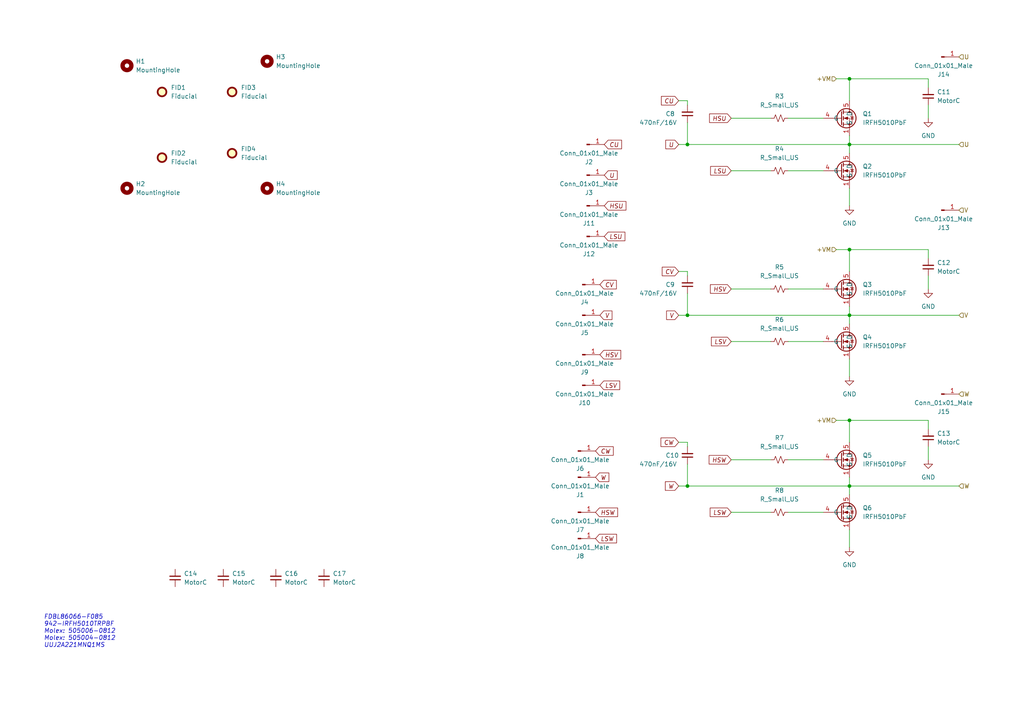
<source format=kicad_sch>
(kicad_sch (version 20211123) (generator eeschema)

  (uuid 3214f77f-0987-492e-82e5-c9d93f72314b)

  (paper "A4")

  (lib_symbols
    (symbol "Connector:Conn_01x01_Male" (pin_names (offset 1.016) hide) (in_bom yes) (on_board yes)
      (property "Reference" "J" (id 0) (at 0 2.54 0)
        (effects (font (size 1.27 1.27)))
      )
      (property "Value" "Conn_01x01_Male" (id 1) (at 0 -2.54 0)
        (effects (font (size 1.27 1.27)))
      )
      (property "Footprint" "" (id 2) (at 0 0 0)
        (effects (font (size 1.27 1.27)) hide)
      )
      (property "Datasheet" "~" (id 3) (at 0 0 0)
        (effects (font (size 1.27 1.27)) hide)
      )
      (property "ki_keywords" "connector" (id 4) (at 0 0 0)
        (effects (font (size 1.27 1.27)) hide)
      )
      (property "ki_description" "Generic connector, single row, 01x01, script generated (kicad-library-utils/schlib/autogen/connector/)" (id 5) (at 0 0 0)
        (effects (font (size 1.27 1.27)) hide)
      )
      (property "ki_fp_filters" "Connector*:*" (id 6) (at 0 0 0)
        (effects (font (size 1.27 1.27)) hide)
      )
      (symbol "Conn_01x01_Male_1_1"
        (polyline
          (pts
            (xy 1.27 0)
            (xy 0.8636 0)
          )
          (stroke (width 0.1524) (type default) (color 0 0 0 0))
          (fill (type none))
        )
        (rectangle (start 0.8636 0.127) (end 0 -0.127)
          (stroke (width 0.1524) (type default) (color 0 0 0 0))
          (fill (type outline))
        )
        (pin passive line (at 5.08 0 180) (length 3.81)
          (name "Pin_1" (effects (font (size 1.27 1.27))))
          (number "1" (effects (font (size 1.27 1.27))))
        )
      )
    )
    (symbol "Device:C_Small" (pin_numbers hide) (pin_names (offset 0.254) hide) (in_bom yes) (on_board yes)
      (property "Reference" "C" (id 0) (at 0.254 1.778 0)
        (effects (font (size 1.27 1.27)) (justify left))
      )
      (property "Value" "C_Small" (id 1) (at 0.254 -2.032 0)
        (effects (font (size 1.27 1.27)) (justify left))
      )
      (property "Footprint" "" (id 2) (at 0 0 0)
        (effects (font (size 1.27 1.27)) hide)
      )
      (property "Datasheet" "~" (id 3) (at 0 0 0)
        (effects (font (size 1.27 1.27)) hide)
      )
      (property "ki_keywords" "capacitor cap" (id 4) (at 0 0 0)
        (effects (font (size 1.27 1.27)) hide)
      )
      (property "ki_description" "Unpolarized capacitor, small symbol" (id 5) (at 0 0 0)
        (effects (font (size 1.27 1.27)) hide)
      )
      (property "ki_fp_filters" "C_*" (id 6) (at 0 0 0)
        (effects (font (size 1.27 1.27)) hide)
      )
      (symbol "C_Small_0_1"
        (polyline
          (pts
            (xy -1.524 -0.508)
            (xy 1.524 -0.508)
          )
          (stroke (width 0.3302) (type default) (color 0 0 0 0))
          (fill (type none))
        )
        (polyline
          (pts
            (xy -1.524 0.508)
            (xy 1.524 0.508)
          )
          (stroke (width 0.3048) (type default) (color 0 0 0 0))
          (fill (type none))
        )
      )
      (symbol "C_Small_1_1"
        (pin passive line (at 0 2.54 270) (length 2.032)
          (name "~" (effects (font (size 1.27 1.27))))
          (number "1" (effects (font (size 1.27 1.27))))
        )
        (pin passive line (at 0 -2.54 90) (length 2.032)
          (name "~" (effects (font (size 1.27 1.27))))
          (number "2" (effects (font (size 1.27 1.27))))
        )
      )
    )
    (symbol "Device:R_Small_US" (pin_numbers hide) (pin_names (offset 0.254) hide) (in_bom yes) (on_board yes)
      (property "Reference" "R" (id 0) (at 0.762 0.508 0)
        (effects (font (size 1.27 1.27)) (justify left))
      )
      (property "Value" "R_Small_US" (id 1) (at 0.762 -1.016 0)
        (effects (font (size 1.27 1.27)) (justify left))
      )
      (property "Footprint" "" (id 2) (at 0 0 0)
        (effects (font (size 1.27 1.27)) hide)
      )
      (property "Datasheet" "~" (id 3) (at 0 0 0)
        (effects (font (size 1.27 1.27)) hide)
      )
      (property "ki_keywords" "r resistor" (id 4) (at 0 0 0)
        (effects (font (size 1.27 1.27)) hide)
      )
      (property "ki_description" "Resistor, small US symbol" (id 5) (at 0 0 0)
        (effects (font (size 1.27 1.27)) hide)
      )
      (property "ki_fp_filters" "R_*" (id 6) (at 0 0 0)
        (effects (font (size 1.27 1.27)) hide)
      )
      (symbol "R_Small_US_1_1"
        (polyline
          (pts
            (xy 0 0)
            (xy 1.016 -0.381)
            (xy 0 -0.762)
            (xy -1.016 -1.143)
            (xy 0 -1.524)
          )
          (stroke (width 0) (type default) (color 0 0 0 0))
          (fill (type none))
        )
        (polyline
          (pts
            (xy 0 1.524)
            (xy 1.016 1.143)
            (xy 0 0.762)
            (xy -1.016 0.381)
            (xy 0 0)
          )
          (stroke (width 0) (type default) (color 0 0 0 0))
          (fill (type none))
        )
        (pin passive line (at 0 2.54 270) (length 1.016)
          (name "~" (effects (font (size 1.27 1.27))))
          (number "1" (effects (font (size 1.27 1.27))))
        )
        (pin passive line (at 0 -2.54 90) (length 1.016)
          (name "~" (effects (font (size 1.27 1.27))))
          (number "2" (effects (font (size 1.27 1.27))))
        )
      )
    )
    (symbol "IRFH5010PbF_1" (in_bom yes) (on_board yes)
      (property "Reference" "Q" (id 0) (at 1.27 16.51 0)
        (effects (font (size 1.27 1.27)))
      )
      (property "Value" "IRFH5010PbF_1" (id 1) (at 1.27 16.51 0)
        (effects (font (size 1.27 1.27)))
      )
      (property "Footprint" "" (id 2) (at 1.27 16.51 0)
        (effects (font (size 1.27 1.27)) hide)
      )
      (property "Datasheet" "" (id 3) (at 1.27 16.51 0)
        (effects (font (size 1.27 1.27)) hide)
      )
      (symbol "IRFH5010PbF_1_0_1"
        (polyline
          (pts
            (xy -1.016 0)
            (xy -3.81 0)
          )
          (stroke (width 0) (type default) (color 0 0 0 0))
          (fill (type none))
        )
        (polyline
          (pts
            (xy -1.016 1.905)
            (xy -1.016 -1.905)
          )
          (stroke (width 0.254) (type default) (color 0 0 0 0))
          (fill (type none))
        )
        (polyline
          (pts
            (xy -0.508 -1.27)
            (xy -0.508 -2.286)
          )
          (stroke (width 0.254) (type default) (color 0 0 0 0))
          (fill (type none))
        )
        (polyline
          (pts
            (xy -0.508 0.508)
            (xy -0.508 -0.508)
          )
          (stroke (width 0.254) (type default) (color 0 0 0 0))
          (fill (type none))
        )
        (polyline
          (pts
            (xy -0.508 2.286)
            (xy -0.508 1.27)
          )
          (stroke (width 0.254) (type default) (color 0 0 0 0))
          (fill (type none))
        )
        (polyline
          (pts
            (xy 1.27 2.54)
            (xy 1.27 1.778)
          )
          (stroke (width 0) (type default) (color 0 0 0 0))
          (fill (type none))
        )
        (polyline
          (pts
            (xy 1.27 -2.54)
            (xy 1.27 0)
            (xy -0.508 0)
          )
          (stroke (width 0) (type default) (color 0 0 0 0))
          (fill (type none))
        )
        (polyline
          (pts
            (xy -0.508 -1.778)
            (xy 2.032 -1.778)
            (xy 2.032 1.778)
            (xy -0.508 1.778)
          )
          (stroke (width 0) (type default) (color 0 0 0 0))
          (fill (type none))
        )
        (polyline
          (pts
            (xy -0.254 0)
            (xy 0.762 0.381)
            (xy 0.762 -0.381)
            (xy -0.254 0)
          )
          (stroke (width 0) (type default) (color 0 0 0 0))
          (fill (type outline))
        )
        (polyline
          (pts
            (xy 1.524 0.508)
            (xy 1.651 0.381)
            (xy 2.413 0.381)
            (xy 2.54 0.254)
          )
          (stroke (width 0) (type default) (color 0 0 0 0))
          (fill (type none))
        )
        (polyline
          (pts
            (xy 2.032 0.381)
            (xy 1.651 -0.254)
            (xy 2.413 -0.254)
            (xy 2.032 0.381)
          )
          (stroke (width 0) (type default) (color 0 0 0 0))
          (fill (type none))
        )
        (circle (center 0.381 0) (radius 2.794)
          (stroke (width 0.254) (type default) (color 0 0 0 0))
          (fill (type none))
        )
        (circle (center 1.27 -1.778) (radius 0.254)
          (stroke (width 0) (type default) (color 0 0 0 0))
          (fill (type outline))
        )
        (circle (center 1.27 1.778) (radius 0.254)
          (stroke (width 0) (type default) (color 0 0 0 0))
          (fill (type outline))
        )
      )
      (symbol "IRFH5010PbF_1_1_1"
        (pin passive line (at 1.27 -5.08 90) (length 2.54)
          (name "S" (effects (font (size 1.27 1.27))))
          (number "1" (effects (font (size 1.27 1.27))))
        )
        (pin input line (at -6.35 0 0) (length 2.54)
          (name "G" (effects (font (size 1.27 1.27))))
          (number "4" (effects (font (size 1.27 1.27))))
        )
        (pin passive line (at 1.27 5.08 270) (length 2.54)
          (name "D" (effects (font (size 1.27 1.27))))
          (number "5" (effects (font (size 1.27 1.27))))
        )
      )
    )
    (symbol "Mechanical:Fiducial" (in_bom yes) (on_board yes)
      (property "Reference" "FID" (id 0) (at 0 5.08 0)
        (effects (font (size 1.27 1.27)))
      )
      (property "Value" "Fiducial" (id 1) (at 0 3.175 0)
        (effects (font (size 1.27 1.27)))
      )
      (property "Footprint" "" (id 2) (at 0 0 0)
        (effects (font (size 1.27 1.27)) hide)
      )
      (property "Datasheet" "~" (id 3) (at 0 0 0)
        (effects (font (size 1.27 1.27)) hide)
      )
      (property "ki_keywords" "fiducial marker" (id 4) (at 0 0 0)
        (effects (font (size 1.27 1.27)) hide)
      )
      (property "ki_description" "Fiducial Marker" (id 5) (at 0 0 0)
        (effects (font (size 1.27 1.27)) hide)
      )
      (property "ki_fp_filters" "Fiducial*" (id 6) (at 0 0 0)
        (effects (font (size 1.27 1.27)) hide)
      )
      (symbol "Fiducial_0_1"
        (circle (center 0 0) (radius 1.27)
          (stroke (width 0.508) (type default) (color 0 0 0 0))
          (fill (type background))
        )
      )
    )
    (symbol "Mechanical:MountingHole" (pin_names (offset 1.016)) (in_bom yes) (on_board yes)
      (property "Reference" "H" (id 0) (at 0 5.08 0)
        (effects (font (size 1.27 1.27)))
      )
      (property "Value" "MountingHole" (id 1) (at 0 3.175 0)
        (effects (font (size 1.27 1.27)))
      )
      (property "Footprint" "" (id 2) (at 0 0 0)
        (effects (font (size 1.27 1.27)) hide)
      )
      (property "Datasheet" "~" (id 3) (at 0 0 0)
        (effects (font (size 1.27 1.27)) hide)
      )
      (property "ki_keywords" "mounting hole" (id 4) (at 0 0 0)
        (effects (font (size 1.27 1.27)) hide)
      )
      (property "ki_description" "Mounting Hole without connection" (id 5) (at 0 0 0)
        (effects (font (size 1.27 1.27)) hide)
      )
      (property "ki_fp_filters" "MountingHole*" (id 6) (at 0 0 0)
        (effects (font (size 1.27 1.27)) hide)
      )
      (symbol "MountingHole_0_1"
        (circle (center 0 0) (radius 1.27)
          (stroke (width 1.27) (type default) (color 0 0 0 0))
          (fill (type none))
        )
      )
    )
    (symbol "power:GND" (power) (pin_names (offset 0)) (in_bom yes) (on_board yes)
      (property "Reference" "#PWR" (id 0) (at 0 -6.35 0)
        (effects (font (size 1.27 1.27)) hide)
      )
      (property "Value" "GND" (id 1) (at 0 -3.81 0)
        (effects (font (size 1.27 1.27)))
      )
      (property "Footprint" "" (id 2) (at 0 0 0)
        (effects (font (size 1.27 1.27)) hide)
      )
      (property "Datasheet" "" (id 3) (at 0 0 0)
        (effects (font (size 1.27 1.27)) hide)
      )
      (property "ki_keywords" "power-flag" (id 4) (at 0 0 0)
        (effects (font (size 1.27 1.27)) hide)
      )
      (property "ki_description" "Power symbol creates a global label with name \"GND\" , ground" (id 5) (at 0 0 0)
        (effects (font (size 1.27 1.27)) hide)
      )
      (symbol "GND_0_1"
        (polyline
          (pts
            (xy 0 0)
            (xy 0 -1.27)
            (xy 1.27 -1.27)
            (xy 0 -2.54)
            (xy -1.27 -1.27)
            (xy 0 -1.27)
          )
          (stroke (width 0) (type default) (color 0 0 0 0))
          (fill (type none))
        )
      )
      (symbol "GND_1_1"
        (pin power_in line (at 0 0 270) (length 0) hide
          (name "GND" (effects (font (size 1.27 1.27))))
          (number "1" (effects (font (size 1.27 1.27))))
        )
      )
    )
  )

  (junction (at 246.38 41.91) (diameter 0) (color 0 0 0 0)
    (uuid 11e7db76-b89e-40f1-93d2-ba526fe14499)
  )
  (junction (at 246.38 91.44) (diameter 0) (color 0 0 0 0)
    (uuid 47314a0d-1c9b-45bc-9e08-b379a25805f0)
  )
  (junction (at 246.38 140.97) (diameter 0) (color 0 0 0 0)
    (uuid 96f5f297-bc86-42d9-a9cc-774a9f289d6b)
  )
  (junction (at 246.38 72.39) (diameter 0) (color 0 0 0 0)
    (uuid b07dc2e4-d48d-44e5-977d-0be387675b63)
  )
  (junction (at 246.38 121.92) (diameter 0) (color 0 0 0 0)
    (uuid b751a44c-44ac-4dc3-9a7f-a32cece4c42f)
  )
  (junction (at 199.39 41.91) (diameter 0) (color 0 0 0 0)
    (uuid c6f035af-124c-4e07-865f-1b89a2477936)
  )
  (junction (at 246.38 22.86) (diameter 0) (color 0 0 0 0)
    (uuid d2d1929c-2a9f-4e0e-a3db-05696eaa2a1c)
  )
  (junction (at 199.39 140.97) (diameter 0) (color 0 0 0 0)
    (uuid f9987ccd-466c-47ac-bfe8-73a0a1d667a5)
  )
  (junction (at 199.39 91.44) (diameter 0) (color 0 0 0 0)
    (uuid fe4e7c3d-10c1-4b57-833f-918ce4702ee4)
  )

  (wire (pts (xy 196.85 29.21) (xy 199.39 29.21))
    (stroke (width 0) (type default) (color 0 0 0 0))
    (uuid 02b2784f-068d-4831-bf7b-1c5d18edb3cc)
  )
  (wire (pts (xy 246.38 121.92) (xy 269.24 121.92))
    (stroke (width 0) (type default) (color 0 0 0 0))
    (uuid 0657a492-8c40-472a-8556-a740579dc0b0)
  )
  (wire (pts (xy 199.39 41.91) (xy 246.38 41.91))
    (stroke (width 0) (type default) (color 0 0 0 0))
    (uuid 0bc61850-6a3e-40ca-9815-00e78216e981)
  )
  (wire (pts (xy 212.09 83.82) (xy 223.52 83.82))
    (stroke (width 0) (type default) (color 0 0 0 0))
    (uuid 0e34dd7b-9738-408e-b72a-c687d27678ec)
  )
  (wire (pts (xy 242.57 121.92) (xy 246.38 121.92))
    (stroke (width 0) (type default) (color 0 0 0 0))
    (uuid 0fc13000-e886-4e75-afb2-7d224fde5c7a)
  )
  (wire (pts (xy 246.38 140.97) (xy 246.38 143.51))
    (stroke (width 0) (type default) (color 0 0 0 0))
    (uuid 1007f395-f6ef-4937-b79f-a56a64e4651c)
  )
  (wire (pts (xy 228.6 133.35) (xy 238.76 133.35))
    (stroke (width 0) (type default) (color 0 0 0 0))
    (uuid 1289c094-d17e-497a-87f1-b8474681c4d1)
  )
  (wire (pts (xy 199.39 41.91) (xy 199.39 35.56))
    (stroke (width 0) (type default) (color 0 0 0 0))
    (uuid 137771d3-0bb2-4d27-9527-f2e4a0ec7560)
  )
  (wire (pts (xy 196.85 128.27) (xy 199.39 128.27))
    (stroke (width 0) (type default) (color 0 0 0 0))
    (uuid 2183419c-f393-44ab-9e53-ee26648db2c9)
  )
  (wire (pts (xy 246.38 54.61) (xy 246.38 59.69))
    (stroke (width 0) (type default) (color 0 0 0 0))
    (uuid 2bd70a41-2c76-4bf5-a183-e2f5e6f837b5)
  )
  (wire (pts (xy 269.24 129.54) (xy 269.24 133.35))
    (stroke (width 0) (type default) (color 0 0 0 0))
    (uuid 3c40ea19-0121-4951-a323-f8f4ece34e99)
  )
  (wire (pts (xy 246.38 41.91) (xy 278.13 41.91))
    (stroke (width 0) (type default) (color 0 0 0 0))
    (uuid 433ce07e-4393-4e45-9f55-bfea7dd58b94)
  )
  (wire (pts (xy 246.38 138.43) (xy 246.38 140.97))
    (stroke (width 0) (type default) (color 0 0 0 0))
    (uuid 4c611cf5-d73f-4c73-bf45-3277951a72b8)
  )
  (wire (pts (xy 196.85 140.97) (xy 199.39 140.97))
    (stroke (width 0) (type default) (color 0 0 0 0))
    (uuid 4e35321d-eabf-438c-bf3e-d4163127adf3)
  )
  (wire (pts (xy 269.24 80.01) (xy 269.24 83.82))
    (stroke (width 0) (type default) (color 0 0 0 0))
    (uuid 5f8a0e8f-b464-43f6-b044-75a594af533b)
  )
  (wire (pts (xy 199.39 91.44) (xy 199.39 85.09))
    (stroke (width 0) (type default) (color 0 0 0 0))
    (uuid 66a73e3e-8bf2-438d-8c42-9eee9ee9eb84)
  )
  (wire (pts (xy 246.38 121.92) (xy 246.38 128.27))
    (stroke (width 0) (type default) (color 0 0 0 0))
    (uuid 6fa76265-8d72-42a0-ad89-7beb67fdd15e)
  )
  (wire (pts (xy 242.57 22.86) (xy 246.38 22.86))
    (stroke (width 0) (type default) (color 0 0 0 0))
    (uuid 70172881-8a8d-41bf-8b07-bceb43327f30)
  )
  (wire (pts (xy 269.24 22.86) (xy 269.24 25.4))
    (stroke (width 0) (type default) (color 0 0 0 0))
    (uuid 7109721c-0818-4a63-889a-57e778e397b5)
  )
  (wire (pts (xy 199.39 128.27) (xy 199.39 129.54))
    (stroke (width 0) (type default) (color 0 0 0 0))
    (uuid 7165b8de-423a-454e-aace-bce80a683a64)
  )
  (wire (pts (xy 246.38 72.39) (xy 269.24 72.39))
    (stroke (width 0) (type default) (color 0 0 0 0))
    (uuid 74d2fa96-eb9c-4a25-8589-3047ef61ea37)
  )
  (wire (pts (xy 212.09 148.59) (xy 223.52 148.59))
    (stroke (width 0) (type default) (color 0 0 0 0))
    (uuid 76cb9e64-11d6-4e56-89c0-77518baf4eae)
  )
  (wire (pts (xy 228.6 99.06) (xy 238.76 99.06))
    (stroke (width 0) (type default) (color 0 0 0 0))
    (uuid 7e3e7e3b-9a28-4b8a-a121-c2759d852fa7)
  )
  (wire (pts (xy 246.38 41.91) (xy 246.38 44.45))
    (stroke (width 0) (type default) (color 0 0 0 0))
    (uuid 85da042a-1ea9-42b3-ae58-bae4159a4311)
  )
  (wire (pts (xy 246.38 22.86) (xy 246.38 29.21))
    (stroke (width 0) (type default) (color 0 0 0 0))
    (uuid 90a34631-df95-48a5-b021-3fff16f58b77)
  )
  (wire (pts (xy 246.38 72.39) (xy 246.38 78.74))
    (stroke (width 0) (type default) (color 0 0 0 0))
    (uuid 94c88c16-b147-497b-af09-438bc9ae1cb9)
  )
  (wire (pts (xy 196.85 91.44) (xy 199.39 91.44))
    (stroke (width 0) (type default) (color 0 0 0 0))
    (uuid 94fefede-c0c0-4816-a197-5e59f60f3505)
  )
  (wire (pts (xy 246.38 91.44) (xy 246.38 93.98))
    (stroke (width 0) (type default) (color 0 0 0 0))
    (uuid 9fb5c717-ee93-493b-9673-7ab1f67ce13d)
  )
  (wire (pts (xy 228.6 49.53) (xy 238.76 49.53))
    (stroke (width 0) (type default) (color 0 0 0 0))
    (uuid a32021aa-f653-441f-90c5-6f81ab9cc023)
  )
  (wire (pts (xy 246.38 22.86) (xy 269.24 22.86))
    (stroke (width 0) (type default) (color 0 0 0 0))
    (uuid a710e71e-78d5-44cc-b5d9-7d3aaf5930dc)
  )
  (wire (pts (xy 246.38 39.37) (xy 246.38 41.91))
    (stroke (width 0) (type default) (color 0 0 0 0))
    (uuid a82d320e-b3fb-49ac-ad12-bb93e5f1d2e9)
  )
  (wire (pts (xy 212.09 133.35) (xy 223.52 133.35))
    (stroke (width 0) (type default) (color 0 0 0 0))
    (uuid a8c9b268-deed-431a-8f05-c1fe455ad3e3)
  )
  (wire (pts (xy 228.6 34.29) (xy 238.76 34.29))
    (stroke (width 0) (type default) (color 0 0 0 0))
    (uuid a9c7bf2b-5e7b-4fcb-8361-7c6062afa409)
  )
  (wire (pts (xy 269.24 121.92) (xy 269.24 124.46))
    (stroke (width 0) (type default) (color 0 0 0 0))
    (uuid ac388ced-c9c3-432c-bb7b-71d7a64a1df2)
  )
  (wire (pts (xy 246.38 104.14) (xy 246.38 109.22))
    (stroke (width 0) (type default) (color 0 0 0 0))
    (uuid b468f71c-4fbb-46ff-b9f3-e22bdfa596b7)
  )
  (wire (pts (xy 246.38 140.97) (xy 278.13 140.97))
    (stroke (width 0) (type default) (color 0 0 0 0))
    (uuid b5557f0f-046b-44e0-8c0b-afcc7331a809)
  )
  (wire (pts (xy 269.24 72.39) (xy 269.24 74.93))
    (stroke (width 0) (type default) (color 0 0 0 0))
    (uuid b5e87a8f-215e-41a5-b924-c4b7128556aa)
  )
  (wire (pts (xy 228.6 83.82) (xy 238.76 83.82))
    (stroke (width 0) (type default) (color 0 0 0 0))
    (uuid c6bce9bc-7b0b-4609-963c-33e6b9b4b24c)
  )
  (wire (pts (xy 199.39 78.74) (xy 199.39 80.01))
    (stroke (width 0) (type default) (color 0 0 0 0))
    (uuid cf9a923a-5bbd-4937-8831-4c19f5db78f4)
  )
  (wire (pts (xy 246.38 91.44) (xy 278.13 91.44))
    (stroke (width 0) (type default) (color 0 0 0 0))
    (uuid d11d3114-10aa-4ee9-87a6-3894ced6f9dc)
  )
  (wire (pts (xy 196.85 41.91) (xy 199.39 41.91))
    (stroke (width 0) (type default) (color 0 0 0 0))
    (uuid d12e9f82-5173-41e5-8b86-43ff5d9e2827)
  )
  (wire (pts (xy 199.39 140.97) (xy 199.39 134.62))
    (stroke (width 0) (type default) (color 0 0 0 0))
    (uuid ddd86f67-3db7-4769-b8c6-d48f09e09b80)
  )
  (wire (pts (xy 199.39 91.44) (xy 246.38 91.44))
    (stroke (width 0) (type default) (color 0 0 0 0))
    (uuid de043f80-6a6c-4534-9228-db0913ccacf8)
  )
  (wire (pts (xy 212.09 49.53) (xy 223.52 49.53))
    (stroke (width 0) (type default) (color 0 0 0 0))
    (uuid de288cf6-3bcb-4817-8d87-37d9b6b84a18)
  )
  (wire (pts (xy 199.39 29.21) (xy 199.39 30.48))
    (stroke (width 0) (type default) (color 0 0 0 0))
    (uuid deaad3e7-96ce-445c-b13d-553291ba8456)
  )
  (wire (pts (xy 212.09 34.29) (xy 223.52 34.29))
    (stroke (width 0) (type default) (color 0 0 0 0))
    (uuid e34929be-df89-4480-911d-e2698e2f2477)
  )
  (wire (pts (xy 269.24 30.48) (xy 269.24 34.29))
    (stroke (width 0) (type default) (color 0 0 0 0))
    (uuid ead712a0-54d1-416b-968a-7aea991c9cf8)
  )
  (wire (pts (xy 196.85 78.74) (xy 199.39 78.74))
    (stroke (width 0) (type default) (color 0 0 0 0))
    (uuid eca5a202-25f3-43f9-b70a-ad2be08156c9)
  )
  (wire (pts (xy 246.38 88.9) (xy 246.38 91.44))
    (stroke (width 0) (type default) (color 0 0 0 0))
    (uuid f37bf867-1a71-4b7c-925f-c747106ce732)
  )
  (wire (pts (xy 246.38 153.67) (xy 246.38 158.75))
    (stroke (width 0) (type default) (color 0 0 0 0))
    (uuid f4065c7c-9bbd-48e9-9491-a63ed374013e)
  )
  (wire (pts (xy 199.39 140.97) (xy 246.38 140.97))
    (stroke (width 0) (type default) (color 0 0 0 0))
    (uuid f617a296-9dd1-403e-b505-eb0b0d8b7bd5)
  )
  (wire (pts (xy 242.57 72.39) (xy 246.38 72.39))
    (stroke (width 0) (type default) (color 0 0 0 0))
    (uuid f79310d2-e9c5-429a-8532-60924888da7a)
  )
  (wire (pts (xy 212.09 99.06) (xy 223.52 99.06))
    (stroke (width 0) (type default) (color 0 0 0 0))
    (uuid f7aef4e4-28b1-4fbb-89ee-efc7f9d06e2c)
  )
  (wire (pts (xy 228.6 148.59) (xy 238.76 148.59))
    (stroke (width 0) (type default) (color 0 0 0 0))
    (uuid f9aa14c6-ad70-47cf-900c-06a8642f16c8)
  )

  (text "FDBL86066-F085\n942-IRFH5010TRPBF\nMolex: 505006-0812\nMolex: 505004-0812\nUUJ2A221MNQ1MS\n"
    (at 12.7 187.96 0)
    (effects (font (size 1.27 1.27) italic) (justify left bottom))
    (uuid 40b9a7f1-b0fc-4af8-aaa8-77dcb64367c7)
  )

  (global_label "HSW" (shape input) (at 212.09 133.35 180) (fields_autoplaced)
    (effects (font (size 1.27 1.27) italic) (justify right))
    (uuid 0509bb6b-ada0-42dc-9efe-dd7868812a34)
    (property "Intersheet References" "${INTERSHEET_REFS}" (id 0) (at 205.4299 133.4294 0)
      (effects (font (size 1.27 1.27) italic) (justify right) hide)
    )
  )
  (global_label "LSV" (shape input) (at 212.09 99.06 180) (fields_autoplaced)
    (effects (font (size 1.27 1.27) italic) (justify right))
    (uuid 114f81a5-14ed-4d33-9872-1157ac6b3ec8)
    (property "Intersheet References" "${INTERSHEET_REFS}" (id 0) (at 206.0951 99.1394 0)
      (effects (font (size 1.27 1.27) italic) (justify right) hide)
    )
  )
  (global_label "LSW" (shape input) (at 172.72 156.21 0) (fields_autoplaced)
    (effects (font (size 1.27 1.27) italic) (justify left))
    (uuid 1c49a349-3930-4c90-8240-62086f8099f2)
    (property "Intersheet References" "${INTERSHEET_REFS}" (id 0) (at 179.0777 156.1306 0)
      (effects (font (size 1.27 1.27) italic) (justify left) hide)
    )
  )
  (global_label "U" (shape input) (at 196.85 41.91 180) (fields_autoplaced)
    (effects (font (size 1.27 1.27) italic) (justify right))
    (uuid 2bb75807-4f7d-41e3-9103-7a03c8632794)
    (property "Intersheet References" "${INTERSHEET_REFS}" (id 0) (at 192.8508 41.9894 0)
      (effects (font (size 1.27 1.27) italic) (justify right) hide)
    )
  )
  (global_label "W" (shape input) (at 172.72 138.43 0) (fields_autoplaced)
    (effects (font (size 1.27 1.27) italic) (justify left))
    (uuid 2edf3705-2eda-4bef-bfb6-539bb948f63b)
    (property "Intersheet References" "${INTERSHEET_REFS}" (id 0) (at 176.8401 138.3506 0)
      (effects (font (size 1.27 1.27) italic) (justify left) hide)
    )
  )
  (global_label "HSU" (shape input) (at 212.09 34.29 180) (fields_autoplaced)
    (effects (font (size 1.27 1.27) italic) (justify right))
    (uuid 38b0e256-7ab5-42c8-9eeb-5277e8612b49)
    (property "Intersheet References" "${INTERSHEET_REFS}" (id 0) (at 205.5508 34.3694 0)
      (effects (font (size 1.27 1.27) italic) (justify right) hide)
    )
  )
  (global_label "CU" (shape input) (at 196.85 29.21 180) (fields_autoplaced)
    (effects (font (size 1.27 1.27) italic) (justify right))
    (uuid 4370eb2f-6c45-496f-aef7-3a8cfe06332f)
    (property "Intersheet References" "${INTERSHEET_REFS}" (id 0) (at 191.5808 29.2894 0)
      (effects (font (size 1.27 1.27) italic) (justify right) hide)
    )
  )
  (global_label "HSV" (shape input) (at 173.99 102.87 0) (fields_autoplaced)
    (effects (font (size 1.27 1.27) italic) (justify left))
    (uuid 48142eaa-7210-4390-91e8-e59685a2b4d4)
    (property "Intersheet References" "${INTERSHEET_REFS}" (id 0) (at 180.2873 102.7906 0)
      (effects (font (size 1.27 1.27) italic) (justify left) hide)
    )
  )
  (global_label "LSV" (shape input) (at 173.99 111.76 0) (fields_autoplaced)
    (effects (font (size 1.27 1.27) italic) (justify left))
    (uuid 668fc953-8c0c-4bd8-9ef7-16576de054cd)
    (property "Intersheet References" "${INTERSHEET_REFS}" (id 0) (at 179.9849 111.6806 0)
      (effects (font (size 1.27 1.27) italic) (justify left) hide)
    )
  )
  (global_label "LSU" (shape input) (at 212.09 49.53 180) (fields_autoplaced)
    (effects (font (size 1.27 1.27) italic) (justify right))
    (uuid 702243b5-4d40-4008-ab5b-a28ed79b5a1b)
    (property "Intersheet References" "${INTERSHEET_REFS}" (id 0) (at 205.8532 49.6094 0)
      (effects (font (size 1.27 1.27) italic) (justify right) hide)
    )
  )
  (global_label "CW" (shape input) (at 196.85 128.27 180) (fields_autoplaced)
    (effects (font (size 1.27 1.27) italic) (justify right))
    (uuid 87e36642-d6f7-4ef1-b389-f3822aebf7fe)
    (property "Intersheet References" "${INTERSHEET_REFS}" (id 0) (at 191.4599 128.3494 0)
      (effects (font (size 1.27 1.27) italic) (justify right) hide)
    )
  )
  (global_label "V" (shape input) (at 196.85 91.44 180) (fields_autoplaced)
    (effects (font (size 1.27 1.27) italic) (justify right))
    (uuid 9af4f46a-469b-4401-a80b-56ddee34b98a)
    (property "Intersheet References" "${INTERSHEET_REFS}" (id 0) (at 193.0927 91.5194 0)
      (effects (font (size 1.27 1.27) italic) (justify right) hide)
    )
  )
  (global_label "CU" (shape input) (at 175.26 41.91 0) (fields_autoplaced)
    (effects (font (size 1.27 1.27) italic) (justify left))
    (uuid 9b941592-024f-4b1c-b331-688c3734ada3)
    (property "Intersheet References" "${INTERSHEET_REFS}" (id 0) (at 180.5292 41.8306 0)
      (effects (font (size 1.27 1.27) italic) (justify left) hide)
    )
  )
  (global_label "LSU" (shape input) (at 175.26 68.58 0) (fields_autoplaced)
    (effects (font (size 1.27 1.27) italic) (justify left))
    (uuid ac3eb248-f907-46c0-9bca-68cf7bdbc826)
    (property "Intersheet References" "${INTERSHEET_REFS}" (id 0) (at 181.4968 68.5006 0)
      (effects (font (size 1.27 1.27) italic) (justify left) hide)
    )
  )
  (global_label "HSU" (shape input) (at 175.26 59.69 0) (fields_autoplaced)
    (effects (font (size 1.27 1.27) italic) (justify left))
    (uuid ac85aca2-bcf5-4b98-8f28-ea96725b0922)
    (property "Intersheet References" "${INTERSHEET_REFS}" (id 0) (at 181.7992 59.6106 0)
      (effects (font (size 1.27 1.27) italic) (justify left) hide)
    )
  )
  (global_label "U" (shape input) (at 175.26 50.8 0) (fields_autoplaced)
    (effects (font (size 1.27 1.27) italic) (justify left))
    (uuid c08833ff-df18-4354-bdaa-277033dc25e3)
    (property "Intersheet References" "${INTERSHEET_REFS}" (id 0) (at 179.2592 50.7206 0)
      (effects (font (size 1.27 1.27) italic) (justify left) hide)
    )
  )
  (global_label "CV" (shape input) (at 196.85 78.74 180) (fields_autoplaced)
    (effects (font (size 1.27 1.27) italic) (justify right))
    (uuid c3a253e1-67da-4f78-a10c-ac02e6d4c4a9)
    (property "Intersheet References" "${INTERSHEET_REFS}" (id 0) (at 191.8227 78.8194 0)
      (effects (font (size 1.27 1.27) italic) (justify right) hide)
    )
  )
  (global_label "LSW" (shape input) (at 212.09 148.59 180) (fields_autoplaced)
    (effects (font (size 1.27 1.27) italic) (justify right))
    (uuid d0d4e3dc-d756-42e2-8e89-dbbcd36c39a1)
    (property "Intersheet References" "${INTERSHEET_REFS}" (id 0) (at 205.7323 148.6694 0)
      (effects (font (size 1.27 1.27) italic) (justify right) hide)
    )
  )
  (global_label "CV" (shape input) (at 173.99 82.55 0) (fields_autoplaced)
    (effects (font (size 1.27 1.27) italic) (justify left))
    (uuid d11c0390-fdb4-4d1f-bc8a-88eb3e45d80f)
    (property "Intersheet References" "${INTERSHEET_REFS}" (id 0) (at 179.0173 82.4706 0)
      (effects (font (size 1.27 1.27) italic) (justify left) hide)
    )
  )
  (global_label "V" (shape input) (at 173.99 91.44 0) (fields_autoplaced)
    (effects (font (size 1.27 1.27) italic) (justify left))
    (uuid d5ef87c8-ede8-48aa-b156-3ed9f16ffa5a)
    (property "Intersheet References" "${INTERSHEET_REFS}" (id 0) (at 177.7473 91.3606 0)
      (effects (font (size 1.27 1.27) italic) (justify left) hide)
    )
  )
  (global_label "HSV" (shape input) (at 212.09 83.82 180) (fields_autoplaced)
    (effects (font (size 1.27 1.27) italic) (justify right))
    (uuid e38a5233-3ea0-49d8-bf09-52f66c6773c3)
    (property "Intersheet References" "${INTERSHEET_REFS}" (id 0) (at 205.7927 83.8994 0)
      (effects (font (size 1.27 1.27) italic) (justify right) hide)
    )
  )
  (global_label "HSW" (shape input) (at 172.72 148.59 0) (fields_autoplaced)
    (effects (font (size 1.27 1.27) italic) (justify left))
    (uuid ec8aeedc-ff1f-44ab-8f6d-39dbe84fbcb9)
    (property "Intersheet References" "${INTERSHEET_REFS}" (id 0) (at 179.3801 148.5106 0)
      (effects (font (size 1.27 1.27) italic) (justify left) hide)
    )
  )
  (global_label "CW" (shape input) (at 172.72 130.81 0) (fields_autoplaced)
    (effects (font (size 1.27 1.27) italic) (justify left))
    (uuid ed6fe133-376d-4373-a2a8-b598ebc0c295)
    (property "Intersheet References" "${INTERSHEET_REFS}" (id 0) (at 178.1101 130.7306 0)
      (effects (font (size 1.27 1.27) italic) (justify left) hide)
    )
  )
  (global_label "W" (shape input) (at 196.85 140.97 180) (fields_autoplaced)
    (effects (font (size 1.27 1.27) italic) (justify right))
    (uuid ef0d4a6d-0970-4337-8e7e-aa87a16fefe0)
    (property "Intersheet References" "${INTERSHEET_REFS}" (id 0) (at 192.7299 141.0494 0)
      (effects (font (size 1.27 1.27) italic) (justify right) hide)
    )
  )

  (hierarchical_label "V" (shape input) (at 278.13 91.44 0)
    (effects (font (size 1.27 1.27)) (justify left))
    (uuid 472cafaf-f929-47eb-a786-9bf19f5f513f)
  )
  (hierarchical_label "+VM" (shape input) (at 242.57 72.39 180)
    (effects (font (size 1.27 1.27)) (justify right))
    (uuid 56a2233b-c787-4074-beb1-546f21a1e82f)
  )
  (hierarchical_label "U" (shape input) (at 278.13 41.91 0)
    (effects (font (size 1.27 1.27)) (justify left))
    (uuid 5d91bb44-094e-4e77-aede-55562a5469ce)
  )
  (hierarchical_label "W" (shape input) (at 278.13 114.3 0)
    (effects (font (size 1.27 1.27)) (justify left))
    (uuid 70890396-2112-4ee6-bec2-c9f0a469b36b)
  )
  (hierarchical_label "V" (shape input) (at 278.13 60.96 0)
    (effects (font (size 1.27 1.27)) (justify left))
    (uuid 785dba5a-38c4-448b-a651-794b80dce0cb)
  )
  (hierarchical_label "W" (shape input) (at 278.13 140.97 0)
    (effects (font (size 1.27 1.27)) (justify left))
    (uuid b37c9f91-d25c-4960-8f3d-909cbd389d89)
  )
  (hierarchical_label "+VM" (shape input) (at 242.57 121.92 180)
    (effects (font (size 1.27 1.27)) (justify right))
    (uuid c2b063e4-639e-4c36-ba18-4733f7344457)
  )
  (hierarchical_label "U" (shape input) (at 278.13 16.51 0)
    (effects (font (size 1.27 1.27)) (justify left))
    (uuid cb6ff50c-5836-4400-a831-d41cdd0a35a2)
  )
  (hierarchical_label "+VM" (shape input) (at 242.57 22.86 180)
    (effects (font (size 1.27 1.27)) (justify right))
    (uuid e551b681-2a42-4888-8f67-67e006998577)
  )

  (symbol (lib_id "Connector:Conn_01x01_Male") (at 273.05 16.51 0) (unit 1)
    (in_bom yes) (on_board yes) (fields_autoplaced)
    (uuid 0489d588-ce62-40ae-97ee-1aa4f240bc3a)
    (property "Reference" "J14" (id 0) (at 273.685 21.59 0))
    (property "Value" "Conn_01x01_Male" (id 1) (at 273.685 19.05 0))
    (property "Footprint" "Connector_Wire:SolderWirePad_1x01_SMD_5x10mm" (id 2) (at 273.05 16.51 0)
      (effects (font (size 1.27 1.27)) hide)
    )
    (property "Datasheet" "~" (id 3) (at 273.05 16.51 0)
      (effects (font (size 1.27 1.27)) hide)
    )
    (pin "1" (uuid 7a6813c0-1ec3-4e79-991f-d0e3cef98494))
  )

  (symbol (lib_id "Device:C_Small") (at 199.39 33.02 180) (unit 1)
    (in_bom yes) (on_board yes)
    (uuid 067a6460-5322-4bf1-a5b2-56cea263eec2)
    (property "Reference" "C8" (id 0) (at 193.04 33.02 0)
      (effects (font (size 1.27 1.27)) (justify right))
    )
    (property "Value" "470nF/16V" (id 1) (at 185.42 35.56 0)
      (effects (font (size 1.27 1.27)) (justify right))
    )
    (property "Footprint" "Capacitor_SMD:C_0603_1608Metric" (id 2) (at 199.39 33.02 0)
      (effects (font (size 1.27 1.27)) hide)
    )
    (property "Datasheet" "~" (id 3) (at 199.39 33.02 0)
      (effects (font (size 1.27 1.27)) hide)
    )
    (pin "1" (uuid 70868d62-ee94-491e-89a9-178d0b42e259))
    (pin "2" (uuid 6bedd6a8-14f8-4c7f-a428-eac813fa77d7))
  )

  (symbol (lib_id "Mechanical:Fiducial") (at 67.31 26.67 0) (unit 1)
    (in_bom yes) (on_board yes) (fields_autoplaced)
    (uuid 0864ce7e-b567-4ba2-a1fc-94615b34b5c9)
    (property "Reference" "FID3" (id 0) (at 69.85 25.3999 0)
      (effects (font (size 1.27 1.27)) (justify left))
    )
    (property "Value" "Fiducial" (id 1) (at 69.85 27.9399 0)
      (effects (font (size 1.27 1.27)) (justify left))
    )
    (property "Footprint" "Fiducial:Fiducial_0.5mm_Mask1mm" (id 2) (at 67.31 26.67 0)
      (effects (font (size 1.27 1.27)) hide)
    )
    (property "Datasheet" "~" (id 3) (at 67.31 26.67 0)
      (effects (font (size 1.27 1.27)) hide)
    )
  )

  (symbol (lib_id "Connector:Conn_01x01_Male") (at 168.91 91.44 0) (unit 1)
    (in_bom yes) (on_board yes) (fields_autoplaced)
    (uuid 18b07ff6-1de1-459e-b1b4-07fba01919c7)
    (property "Reference" "J5" (id 0) (at 169.545 96.52 0))
    (property "Value" "Conn_01x01_Male" (id 1) (at 169.545 93.98 0))
    (property "Footprint" "Connector_Wire:SolderWirePad_1x01_SMD_1x2mm" (id 2) (at 168.91 91.44 0)
      (effects (font (size 1.27 1.27)) hide)
    )
    (property "Datasheet" "~" (id 3) (at 168.91 91.44 0)
      (effects (font (size 1.27 1.27)) hide)
    )
    (pin "1" (uuid 3efcf1e6-f26f-488f-9a24-1986d771e52a))
  )

  (symbol (lib_id "Connector:Conn_01x01_Male") (at 170.18 41.91 0) (unit 1)
    (in_bom yes) (on_board yes) (fields_autoplaced)
    (uuid 1a5788d7-df21-43e7-b83e-a9727314cf26)
    (property "Reference" "J2" (id 0) (at 170.815 46.99 0))
    (property "Value" "Conn_01x01_Male" (id 1) (at 170.815 44.45 0))
    (property "Footprint" "Connector_Wire:SolderWirePad_1x01_SMD_1x2mm" (id 2) (at 170.18 41.91 0)
      (effects (font (size 1.27 1.27)) hide)
    )
    (property "Datasheet" "~" (id 3) (at 170.18 41.91 0)
      (effects (font (size 1.27 1.27)) hide)
    )
    (pin "1" (uuid f38f9131-5d84-46c3-b4ff-d80951bdd433))
  )

  (symbol (lib_id "Device:C_Small") (at 269.24 77.47 180) (unit 1)
    (in_bom yes) (on_board yes) (fields_autoplaced)
    (uuid 1e47391b-0cd5-40f8-9413-ac5e7894cdc9)
    (property "Reference" "C12" (id 0) (at 271.78 76.1935 0)
      (effects (font (size 1.27 1.27)) (justify right))
    )
    (property "Value" "MotorC" (id 1) (at 271.78 78.7335 0)
      (effects (font (size 1.27 1.27)) (justify right))
    )
    (property "Footprint" "Capacitor_SMD:C_1812_4532Metric" (id 2) (at 269.24 77.47 0)
      (effects (font (size 1.27 1.27)) hide)
    )
    (property "Datasheet" "~" (id 3) (at 269.24 77.47 0)
      (effects (font (size 1.27 1.27)) hide)
    )
    (pin "1" (uuid 6c3cb4f2-a1b2-413e-b408-2a1c6678ab7f))
    (pin "2" (uuid 03f8d5c4-4ec9-4cc7-830d-78c9d729e751))
  )

  (symbol (lib_id "power:GND") (at 246.38 59.69 0) (unit 1)
    (in_bom yes) (on_board yes) (fields_autoplaced)
    (uuid 260659f3-23ec-45b9-b93e-380772ab7aa6)
    (property "Reference" "#PWR09" (id 0) (at 246.38 66.04 0)
      (effects (font (size 1.27 1.27)) hide)
    )
    (property "Value" "GND" (id 1) (at 246.38 64.77 0))
    (property "Footprint" "" (id 2) (at 246.38 59.69 0)
      (effects (font (size 1.27 1.27)) hide)
    )
    (property "Datasheet" "" (id 3) (at 246.38 59.69 0)
      (effects (font (size 1.27 1.27)) hide)
    )
    (pin "1" (uuid a6060ec9-6b35-4581-8e10-0bc1bbcf8423))
  )

  (symbol (lib_id "Device:R_Small_US") (at 226.06 148.59 90) (unit 1)
    (in_bom yes) (on_board yes) (fields_autoplaced)
    (uuid 277ceead-f68b-414f-99d2-fbc8f05a687f)
    (property "Reference" "R8" (id 0) (at 226.06 142.24 90))
    (property "Value" "R_Small_US" (id 1) (at 226.06 144.78 90))
    (property "Footprint" "Resistor_SMD:R_0603_1608Metric" (id 2) (at 226.06 148.59 0)
      (effects (font (size 1.27 1.27)) hide)
    )
    (property "Datasheet" "~" (id 3) (at 226.06 148.59 0)
      (effects (font (size 1.27 1.27)) hide)
    )
    (pin "1" (uuid d6af4efa-6724-40f4-a11c-b71373e61a95))
    (pin "2" (uuid 951446d6-a5a3-4434-bab5-b9651a6a991f))
  )

  (symbol (lib_id "Device:C_Small") (at 50.8 167.64 180) (unit 1)
    (in_bom yes) (on_board yes) (fields_autoplaced)
    (uuid 2883885e-cbc7-4fb4-8c01-64dc2d3be432)
    (property "Reference" "C14" (id 0) (at 53.34 166.3635 0)
      (effects (font (size 1.27 1.27)) (justify right))
    )
    (property "Value" "MotorC" (id 1) (at 53.34 168.9035 0)
      (effects (font (size 1.27 1.27)) (justify right))
    )
    (property "Footprint" "Capacitor_SMD:C_Elec_8x5.4" (id 2) (at 50.8 167.64 0)
      (effects (font (size 1.27 1.27)) hide)
    )
    (property "Datasheet" "~" (id 3) (at 50.8 167.64 0)
      (effects (font (size 1.27 1.27)) hide)
    )
    (pin "1" (uuid 4e80e8e7-d69b-4a67-8527-c1857cd696aa))
    (pin "2" (uuid 24c6b8aa-f62b-47ab-a583-0f125ffe91c0))
  )

  (symbol (lib_id "Device:R_Small_US") (at 226.06 99.06 90) (unit 1)
    (in_bom yes) (on_board yes) (fields_autoplaced)
    (uuid 29d15072-494e-40ac-a4db-8c106a056732)
    (property "Reference" "R6" (id 0) (at 226.06 92.71 90))
    (property "Value" "R_Small_US" (id 1) (at 226.06 95.25 90))
    (property "Footprint" "Resistor_SMD:R_0603_1608Metric" (id 2) (at 226.06 99.06 0)
      (effects (font (size 1.27 1.27)) hide)
    )
    (property "Datasheet" "~" (id 3) (at 226.06 99.06 0)
      (effects (font (size 1.27 1.27)) hide)
    )
    (pin "1" (uuid 55c1985a-da4b-4725-897d-350bceb0cbcd))
    (pin "2" (uuid 324d91d0-e049-41dc-a40f-7859bb8a637e))
  )

  (symbol (lib_name "IRFH5010PbF_1") (lib_id "SiFOCR:IRFH5010PbF") (at 245.11 133.35 0) (unit 1)
    (in_bom yes) (on_board yes) (fields_autoplaced)
    (uuid 2b7fdf82-b869-4563-bf0a-ceb1cb6dfbb8)
    (property "Reference" "Q5" (id 0) (at 250.19 132.0799 0)
      (effects (font (size 1.27 1.27)) (justify left))
    )
    (property "Value" "IRFH5010PbF" (id 1) (at 250.19 134.6199 0)
      (effects (font (size 1.27 1.27)) (justify left))
    )
    (property "Footprint" "SiFOCR:IRFH5010PbF" (id 2) (at 246.38 116.84 0)
      (effects (font (size 1.27 1.27)) hide)
    )
    (property "Datasheet" "" (id 3) (at 246.38 116.84 0)
      (effects (font (size 1.27 1.27)) hide)
    )
    (pin "1" (uuid afc2b7a6-3638-4236-9c50-45cb449bf202))
    (pin "4" (uuid eb0e74c4-3202-49ab-9ef3-b2e8ea7aea60))
    (pin "5" (uuid 2ba0a075-674e-43b4-a9ae-c751ad676fa1))
  )

  (symbol (lib_id "Connector:Conn_01x01_Male") (at 167.64 156.21 0) (unit 1)
    (in_bom yes) (on_board yes) (fields_autoplaced)
    (uuid 2e7a1403-2513-4579-b436-f6934aaa9ce0)
    (property "Reference" "J8" (id 0) (at 168.275 161.29 0))
    (property "Value" "Conn_01x01_Male" (id 1) (at 168.275 158.75 0))
    (property "Footprint" "Connector_Wire:SolderWirePad_1x01_SMD_1x2mm" (id 2) (at 167.64 156.21 0)
      (effects (font (size 1.27 1.27)) hide)
    )
    (property "Datasheet" "~" (id 3) (at 167.64 156.21 0)
      (effects (font (size 1.27 1.27)) hide)
    )
    (pin "1" (uuid 88a3646d-30a5-4ea8-b07e-c36fa6fb91f7))
  )

  (symbol (lib_id "power:GND") (at 246.38 109.22 0) (unit 1)
    (in_bom yes) (on_board yes) (fields_autoplaced)
    (uuid 34a2b52a-85cf-407c-b2ea-1e1bf989f4ff)
    (property "Reference" "#PWR010" (id 0) (at 246.38 115.57 0)
      (effects (font (size 1.27 1.27)) hide)
    )
    (property "Value" "GND" (id 1) (at 246.38 114.3 0))
    (property "Footprint" "" (id 2) (at 246.38 109.22 0)
      (effects (font (size 1.27 1.27)) hide)
    )
    (property "Datasheet" "" (id 3) (at 246.38 109.22 0)
      (effects (font (size 1.27 1.27)) hide)
    )
    (pin "1" (uuid 7084f64a-bde6-40de-949e-8cf2539a9ff1))
  )

  (symbol (lib_id "Mechanical:Fiducial") (at 46.99 45.72 0) (unit 1)
    (in_bom yes) (on_board yes) (fields_autoplaced)
    (uuid 34f69a53-5dc4-481d-b5ca-56f5a1c4d421)
    (property "Reference" "FID2" (id 0) (at 49.53 44.4499 0)
      (effects (font (size 1.27 1.27)) (justify left))
    )
    (property "Value" "Fiducial" (id 1) (at 49.53 46.9899 0)
      (effects (font (size 1.27 1.27)) (justify left))
    )
    (property "Footprint" "Fiducial:Fiducial_0.5mm_Mask1mm" (id 2) (at 46.99 45.72 0)
      (effects (font (size 1.27 1.27)) hide)
    )
    (property "Datasheet" "~" (id 3) (at 46.99 45.72 0)
      (effects (font (size 1.27 1.27)) hide)
    )
  )

  (symbol (lib_id "power:GND") (at 269.24 34.29 0) (unit 1)
    (in_bom yes) (on_board yes) (fields_autoplaced)
    (uuid 406a2a54-5f92-458d-8e59-7f25da017a69)
    (property "Reference" "#PWR012" (id 0) (at 269.24 40.64 0)
      (effects (font (size 1.27 1.27)) hide)
    )
    (property "Value" "GND" (id 1) (at 269.24 39.37 0))
    (property "Footprint" "" (id 2) (at 269.24 34.29 0)
      (effects (font (size 1.27 1.27)) hide)
    )
    (property "Datasheet" "" (id 3) (at 269.24 34.29 0)
      (effects (font (size 1.27 1.27)) hide)
    )
    (pin "1" (uuid da2bb33e-3cbe-4fbb-880c-2375a02e66f0))
  )

  (symbol (lib_id "Device:C_Small") (at 93.98 167.64 180) (unit 1)
    (in_bom yes) (on_board yes) (fields_autoplaced)
    (uuid 4b6088f9-74e4-4c6f-8074-21e3ce3148a8)
    (property "Reference" "C17" (id 0) (at 96.52 166.3635 0)
      (effects (font (size 1.27 1.27)) (justify right))
    )
    (property "Value" "MotorC" (id 1) (at 96.52 168.9035 0)
      (effects (font (size 1.27 1.27)) (justify right))
    )
    (property "Footprint" "Capacitor_SMD:C_Elec_8x5.4" (id 2) (at 93.98 167.64 0)
      (effects (font (size 1.27 1.27)) hide)
    )
    (property "Datasheet" "~" (id 3) (at 93.98 167.64 0)
      (effects (font (size 1.27 1.27)) hide)
    )
    (pin "1" (uuid b9e2edcb-4a7a-4430-94ce-ff9eb798b282))
    (pin "2" (uuid 70a9ff13-9eef-4fc7-92bc-1ae0da273eaa))
  )

  (symbol (lib_id "Device:R_Small_US") (at 226.06 49.53 90) (unit 1)
    (in_bom yes) (on_board yes) (fields_autoplaced)
    (uuid 505bd64b-c502-4cc3-854f-deb323049d8d)
    (property "Reference" "R4" (id 0) (at 226.06 43.18 90))
    (property "Value" "R_Small_US" (id 1) (at 226.06 45.72 90))
    (property "Footprint" "Resistor_SMD:R_0603_1608Metric" (id 2) (at 226.06 49.53 0)
      (effects (font (size 1.27 1.27)) hide)
    )
    (property "Datasheet" "~" (id 3) (at 226.06 49.53 0)
      (effects (font (size 1.27 1.27)) hide)
    )
    (pin "1" (uuid 5b44e55a-6d59-48b0-a202-d89f178f7a7e))
    (pin "2" (uuid d0dcdc26-d9a0-4039-a12e-b90dbc4b15a2))
  )

  (symbol (lib_id "Device:C_Small") (at 199.39 132.08 180) (unit 1)
    (in_bom yes) (on_board yes)
    (uuid 5d00466c-da6f-420c-a0f9-49c94d53a3c3)
    (property "Reference" "C10" (id 0) (at 193.04 132.08 0)
      (effects (font (size 1.27 1.27)) (justify right))
    )
    (property "Value" "470nF/16V" (id 1) (at 185.42 134.62 0)
      (effects (font (size 1.27 1.27)) (justify right))
    )
    (property "Footprint" "Capacitor_SMD:C_0603_1608Metric" (id 2) (at 199.39 132.08 0)
      (effects (font (size 1.27 1.27)) hide)
    )
    (property "Datasheet" "~" (id 3) (at 199.39 132.08 0)
      (effects (font (size 1.27 1.27)) hide)
    )
    (pin "1" (uuid 74d2eeb5-4493-4a19-a45e-5b62faad4ef2))
    (pin "2" (uuid de946178-27c2-4f7d-bab5-8dad4f469cbe))
  )

  (symbol (lib_id "Connector:Conn_01x01_Male") (at 170.18 59.69 0) (unit 1)
    (in_bom yes) (on_board yes) (fields_autoplaced)
    (uuid 5fb1def5-7ea8-49dc-b3a9-cbf9d869d607)
    (property "Reference" "J11" (id 0) (at 170.815 64.77 0))
    (property "Value" "Conn_01x01_Male" (id 1) (at 170.815 62.23 0))
    (property "Footprint" "Connector_Wire:SolderWirePad_1x01_SMD_1x2mm" (id 2) (at 170.18 59.69 0)
      (effects (font (size 1.27 1.27)) hide)
    )
    (property "Datasheet" "~" (id 3) (at 170.18 59.69 0)
      (effects (font (size 1.27 1.27)) hide)
    )
    (pin "1" (uuid 53ae646a-0584-409f-8655-1f0b68d31f5e))
  )

  (symbol (lib_id "Device:R_Small_US") (at 226.06 34.29 90) (unit 1)
    (in_bom yes) (on_board yes) (fields_autoplaced)
    (uuid 615ce9c4-c565-4c0d-ac1c-fafaddb743d3)
    (property "Reference" "R3" (id 0) (at 226.06 27.94 90))
    (property "Value" "R_Small_US" (id 1) (at 226.06 30.48 90))
    (property "Footprint" "Resistor_SMD:R_0603_1608Metric" (id 2) (at 226.06 34.29 0)
      (effects (font (size 1.27 1.27)) hide)
    )
    (property "Datasheet" "~" (id 3) (at 226.06 34.29 0)
      (effects (font (size 1.27 1.27)) hide)
    )
    (pin "1" (uuid 27e50ab7-c1eb-418d-8e46-c8e838bf714d))
    (pin "2" (uuid de146735-e875-4a7f-8668-11dfb90ca69d))
  )

  (symbol (lib_name "IRFH5010PbF_1") (lib_id "SiFOCR:IRFH5010PbF") (at 245.11 99.06 0) (unit 1)
    (in_bom yes) (on_board yes) (fields_autoplaced)
    (uuid 624dc2dc-d63d-4ae5-afea-dd6933048b9a)
    (property "Reference" "Q4" (id 0) (at 250.19 97.7899 0)
      (effects (font (size 1.27 1.27)) (justify left))
    )
    (property "Value" "IRFH5010PbF" (id 1) (at 250.19 100.3299 0)
      (effects (font (size 1.27 1.27)) (justify left))
    )
    (property "Footprint" "SiFOCR:IRFH5010PbF" (id 2) (at 246.38 82.55 0)
      (effects (font (size 1.27 1.27)) hide)
    )
    (property "Datasheet" "" (id 3) (at 246.38 82.55 0)
      (effects (font (size 1.27 1.27)) hide)
    )
    (pin "1" (uuid dd35ee89-daae-4325-95ab-dbe4d83e3e52))
    (pin "4" (uuid 957183f4-308c-48bb-802b-74e21f481424))
    (pin "5" (uuid e86cd041-80b3-4d54-af37-cdd22e514172))
  )

  (symbol (lib_id "Device:R_Small_US") (at 226.06 133.35 90) (unit 1)
    (in_bom yes) (on_board yes) (fields_autoplaced)
    (uuid 63db7e1f-db43-4448-ada5-9d1b53b591b3)
    (property "Reference" "R7" (id 0) (at 226.06 127 90))
    (property "Value" "R_Small_US" (id 1) (at 226.06 129.54 90))
    (property "Footprint" "Resistor_SMD:R_0603_1608Metric" (id 2) (at 226.06 133.35 0)
      (effects (font (size 1.27 1.27)) hide)
    )
    (property "Datasheet" "~" (id 3) (at 226.06 133.35 0)
      (effects (font (size 1.27 1.27)) hide)
    )
    (pin "1" (uuid c4155945-c79f-42c1-9bed-73b84e7fbc96))
    (pin "2" (uuid c5de9133-0515-4d20-b18b-185d3f1b813e))
  )

  (symbol (lib_id "Connector:Conn_01x01_Male") (at 170.18 68.58 0) (unit 1)
    (in_bom yes) (on_board yes) (fields_autoplaced)
    (uuid 6853df8c-3491-44d5-b69f-4ca9cbe94eed)
    (property "Reference" "J12" (id 0) (at 170.815 73.66 0))
    (property "Value" "Conn_01x01_Male" (id 1) (at 170.815 71.12 0))
    (property "Footprint" "Connector_Wire:SolderWirePad_1x01_SMD_1x2mm" (id 2) (at 170.18 68.58 0)
      (effects (font (size 1.27 1.27)) hide)
    )
    (property "Datasheet" "~" (id 3) (at 170.18 68.58 0)
      (effects (font (size 1.27 1.27)) hide)
    )
    (pin "1" (uuid 0c701839-e0c0-4ce3-9010-e6dcd5f568ca))
  )

  (symbol (lib_name "IRFH5010PbF_1") (lib_id "SiFOCR:IRFH5010PbF") (at 245.11 34.29 0) (unit 1)
    (in_bom yes) (on_board yes) (fields_autoplaced)
    (uuid 6b0d9556-65e8-45c5-af8b-8a910e889956)
    (property "Reference" "Q1" (id 0) (at 250.19 33.0199 0)
      (effects (font (size 1.27 1.27)) (justify left))
    )
    (property "Value" "IRFH5010PbF" (id 1) (at 250.19 35.5599 0)
      (effects (font (size 1.27 1.27)) (justify left))
    )
    (property "Footprint" "SiFOCR:IRFH5010PbF" (id 2) (at 246.38 17.78 0)
      (effects (font (size 1.27 1.27)) hide)
    )
    (property "Datasheet" "" (id 3) (at 246.38 17.78 0)
      (effects (font (size 1.27 1.27)) hide)
    )
    (pin "1" (uuid 865d49d5-39bd-4039-b1f7-1a5e68bb99d5))
    (pin "4" (uuid 69f39f0e-eab2-4c84-a9a5-9777bcc1ad6c))
    (pin "5" (uuid 72c89e85-fee8-4466-b9aa-c39a53c2fb76))
  )

  (symbol (lib_id "Connector:Conn_01x01_Male") (at 167.64 130.81 0) (unit 1)
    (in_bom yes) (on_board yes) (fields_autoplaced)
    (uuid 6d038103-4f01-404d-9d7c-12e73cdfe461)
    (property "Reference" "J6" (id 0) (at 168.275 135.89 0))
    (property "Value" "Conn_01x01_Male" (id 1) (at 168.275 133.35 0))
    (property "Footprint" "Connector_Wire:SolderWirePad_1x01_SMD_1x2mm" (id 2) (at 167.64 130.81 0)
      (effects (font (size 1.27 1.27)) hide)
    )
    (property "Datasheet" "~" (id 3) (at 167.64 130.81 0)
      (effects (font (size 1.27 1.27)) hide)
    )
    (pin "1" (uuid 4cfab5ff-8210-4ce9-990a-4a64a13a7ec9))
  )

  (symbol (lib_id "power:GND") (at 269.24 133.35 0) (unit 1)
    (in_bom yes) (on_board yes) (fields_autoplaced)
    (uuid 6d5876ab-24ae-4a62-b18a-6ec4ed12c5b7)
    (property "Reference" "#PWR014" (id 0) (at 269.24 139.7 0)
      (effects (font (size 1.27 1.27)) hide)
    )
    (property "Value" "GND" (id 1) (at 269.24 138.43 0))
    (property "Footprint" "" (id 2) (at 269.24 133.35 0)
      (effects (font (size 1.27 1.27)) hide)
    )
    (property "Datasheet" "" (id 3) (at 269.24 133.35 0)
      (effects (font (size 1.27 1.27)) hide)
    )
    (pin "1" (uuid c47c2ee0-e133-4539-b92c-743223a2ab00))
  )

  (symbol (lib_id "Device:C_Small") (at 64.77 167.64 180) (unit 1)
    (in_bom yes) (on_board yes) (fields_autoplaced)
    (uuid 706a28de-db4d-45af-904f-d7d7959b798c)
    (property "Reference" "C15" (id 0) (at 67.31 166.3635 0)
      (effects (font (size 1.27 1.27)) (justify right))
    )
    (property "Value" "MotorC" (id 1) (at 67.31 168.9035 0)
      (effects (font (size 1.27 1.27)) (justify right))
    )
    (property "Footprint" "Capacitor_SMD:C_Elec_8x5.4" (id 2) (at 64.77 167.64 0)
      (effects (font (size 1.27 1.27)) hide)
    )
    (property "Datasheet" "~" (id 3) (at 64.77 167.64 0)
      (effects (font (size 1.27 1.27)) hide)
    )
    (pin "1" (uuid 2e8ae436-56e4-47c8-83a5-e6eba94d64d2))
    (pin "2" (uuid 77bb211d-0519-4309-97be-60b26f1fffd8))
  )

  (symbol (lib_id "Device:C_Small") (at 269.24 27.94 180) (unit 1)
    (in_bom yes) (on_board yes) (fields_autoplaced)
    (uuid 78b99046-fbb0-4de7-ac91-66c26e194096)
    (property "Reference" "C11" (id 0) (at 271.78 26.6635 0)
      (effects (font (size 1.27 1.27)) (justify right))
    )
    (property "Value" "MotorC" (id 1) (at 271.78 29.2035 0)
      (effects (font (size 1.27 1.27)) (justify right))
    )
    (property "Footprint" "Capacitor_SMD:C_1812_4532Metric" (id 2) (at 269.24 27.94 0)
      (effects (font (size 1.27 1.27)) hide)
    )
    (property "Datasheet" "~" (id 3) (at 269.24 27.94 0)
      (effects (font (size 1.27 1.27)) hide)
    )
    (pin "1" (uuid 88f79773-b99d-418b-aa43-11bb3cf86688))
    (pin "2" (uuid 2aaf9e7c-1a1d-4a9a-8f83-f27e101913c4))
  )

  (symbol (lib_id "Mechanical:Fiducial") (at 46.99 26.67 0) (unit 1)
    (in_bom yes) (on_board yes) (fields_autoplaced)
    (uuid 7ad660e4-1dec-4a27-9b22-ba140e72223c)
    (property "Reference" "FID1" (id 0) (at 49.53 25.3999 0)
      (effects (font (size 1.27 1.27)) (justify left))
    )
    (property "Value" "Fiducial" (id 1) (at 49.53 27.9399 0)
      (effects (font (size 1.27 1.27)) (justify left))
    )
    (property "Footprint" "Fiducial:Fiducial_0.5mm_Mask1mm" (id 2) (at 46.99 26.67 0)
      (effects (font (size 1.27 1.27)) hide)
    )
    (property "Datasheet" "~" (id 3) (at 46.99 26.67 0)
      (effects (font (size 1.27 1.27)) hide)
    )
  )

  (symbol (lib_name "IRFH5010PbF_1") (lib_id "SiFOCR:IRFH5010PbF") (at 245.11 148.59 0) (unit 1)
    (in_bom yes) (on_board yes) (fields_autoplaced)
    (uuid 7f8117a3-10c7-4d26-828e-8ab7dbb01458)
    (property "Reference" "Q6" (id 0) (at 250.19 147.3199 0)
      (effects (font (size 1.27 1.27)) (justify left))
    )
    (property "Value" "IRFH5010PbF" (id 1) (at 250.19 149.8599 0)
      (effects (font (size 1.27 1.27)) (justify left))
    )
    (property "Footprint" "SiFOCR:IRFH5010PbF" (id 2) (at 246.38 132.08 0)
      (effects (font (size 1.27 1.27)) hide)
    )
    (property "Datasheet" "" (id 3) (at 246.38 132.08 0)
      (effects (font (size 1.27 1.27)) hide)
    )
    (pin "1" (uuid e24036dd-86f4-41d5-8f41-376eebcc32ff))
    (pin "4" (uuid 3ffd3a93-ebc4-4c88-a288-efac2b2a6ac4))
    (pin "5" (uuid 34882d6c-8fc4-4a3d-8543-d3464e2b30eb))
  )

  (symbol (lib_id "Mechanical:MountingHole") (at 36.83 19.05 0) (unit 1)
    (in_bom yes) (on_board yes) (fields_autoplaced)
    (uuid 8356f58b-c2ab-49b1-a521-ea270311a36d)
    (property "Reference" "H1" (id 0) (at 39.37 17.7799 0)
      (effects (font (size 1.27 1.27)) (justify left))
    )
    (property "Value" "MountingHole" (id 1) (at 39.37 20.3199 0)
      (effects (font (size 1.27 1.27)) (justify left))
    )
    (property "Footprint" "MountingHole:MountingHole_2.7mm_M2.5" (id 2) (at 36.83 19.05 0)
      (effects (font (size 1.27 1.27)) hide)
    )
    (property "Datasheet" "~" (id 3) (at 36.83 19.05 0)
      (effects (font (size 1.27 1.27)) hide)
    )
  )

  (symbol (lib_id "Device:C_Small") (at 199.39 82.55 180) (unit 1)
    (in_bom yes) (on_board yes)
    (uuid 86312a4b-812c-472a-a240-21c4365d4dac)
    (property "Reference" "C9" (id 0) (at 193.04 82.55 0)
      (effects (font (size 1.27 1.27)) (justify right))
    )
    (property "Value" "470nF/16V" (id 1) (at 185.42 85.09 0)
      (effects (font (size 1.27 1.27)) (justify right))
    )
    (property "Footprint" "Capacitor_SMD:C_0603_1608Metric" (id 2) (at 199.39 82.55 0)
      (effects (font (size 1.27 1.27)) hide)
    )
    (property "Datasheet" "~" (id 3) (at 199.39 82.55 0)
      (effects (font (size 1.27 1.27)) hide)
    )
    (pin "1" (uuid f1b71d14-0d4c-4c77-bad4-2cea9dac217f))
    (pin "2" (uuid d27f09c7-af51-4fe2-896b-6295fba8773b))
  )

  (symbol (lib_id "power:GND") (at 269.24 83.82 0) (unit 1)
    (in_bom yes) (on_board yes) (fields_autoplaced)
    (uuid 8a48e69c-426d-4262-9bdd-2719bc53c00e)
    (property "Reference" "#PWR013" (id 0) (at 269.24 90.17 0)
      (effects (font (size 1.27 1.27)) hide)
    )
    (property "Value" "GND" (id 1) (at 269.24 88.9 0))
    (property "Footprint" "" (id 2) (at 269.24 83.82 0)
      (effects (font (size 1.27 1.27)) hide)
    )
    (property "Datasheet" "" (id 3) (at 269.24 83.82 0)
      (effects (font (size 1.27 1.27)) hide)
    )
    (pin "1" (uuid 5cbf02e7-81da-4112-a10d-540f898f5fb8))
  )

  (symbol (lib_id "Connector:Conn_01x01_Male") (at 168.91 102.87 0) (unit 1)
    (in_bom yes) (on_board yes) (fields_autoplaced)
    (uuid 8db3622e-0f6a-42f8-a4ab-85b1a427b80e)
    (property "Reference" "J9" (id 0) (at 169.545 107.95 0))
    (property "Value" "Conn_01x01_Male" (id 1) (at 169.545 105.41 0))
    (property "Footprint" "Connector_Wire:SolderWirePad_1x01_SMD_1x2mm" (id 2) (at 168.91 102.87 0)
      (effects (font (size 1.27 1.27)) hide)
    )
    (property "Datasheet" "~" (id 3) (at 168.91 102.87 0)
      (effects (font (size 1.27 1.27)) hide)
    )
    (pin "1" (uuid 00fa8725-987f-4a1b-a8fb-edf63b404004))
  )

  (symbol (lib_id "Mechanical:Fiducial") (at 67.31 44.45 0) (unit 1)
    (in_bom yes) (on_board yes) (fields_autoplaced)
    (uuid 8dc5ff95-44ac-4648-8938-8bd5873f3e5e)
    (property "Reference" "FID4" (id 0) (at 69.85 43.1799 0)
      (effects (font (size 1.27 1.27)) (justify left))
    )
    (property "Value" "Fiducial" (id 1) (at 69.85 45.7199 0)
      (effects (font (size 1.27 1.27)) (justify left))
    )
    (property "Footprint" "Fiducial:Fiducial_0.5mm_Mask1mm" (id 2) (at 67.31 44.45 0)
      (effects (font (size 1.27 1.27)) hide)
    )
    (property "Datasheet" "~" (id 3) (at 67.31 44.45 0)
      (effects (font (size 1.27 1.27)) hide)
    )
  )

  (symbol (lib_id "Connector:Conn_01x01_Male") (at 167.64 148.59 0) (unit 1)
    (in_bom yes) (on_board yes) (fields_autoplaced)
    (uuid 9e40a32d-8ca8-4b1a-bfb0-1f8a323a787a)
    (property "Reference" "J7" (id 0) (at 168.275 153.67 0))
    (property "Value" "Conn_01x01_Male" (id 1) (at 168.275 151.13 0))
    (property "Footprint" "Connector_Wire:SolderWirePad_1x01_SMD_1x2mm" (id 2) (at 167.64 148.59 0)
      (effects (font (size 1.27 1.27)) hide)
    )
    (property "Datasheet" "~" (id 3) (at 167.64 148.59 0)
      (effects (font (size 1.27 1.27)) hide)
    )
    (pin "1" (uuid 92fa5bd6-b12a-4bb0-81bb-9bf81cbe5fc3))
  )

  (symbol (lib_id "Mechanical:MountingHole") (at 77.47 17.78 0) (unit 1)
    (in_bom yes) (on_board yes) (fields_autoplaced)
    (uuid a95d0b6e-0fb2-4411-afee-a894a16d0ece)
    (property "Reference" "H3" (id 0) (at 80.01 16.5099 0)
      (effects (font (size 1.27 1.27)) (justify left))
    )
    (property "Value" "MountingHole" (id 1) (at 80.01 19.0499 0)
      (effects (font (size 1.27 1.27)) (justify left))
    )
    (property "Footprint" "MountingHole:MountingHole_2.5mm" (id 2) (at 77.47 17.78 0)
      (effects (font (size 1.27 1.27)) hide)
    )
    (property "Datasheet" "~" (id 3) (at 77.47 17.78 0)
      (effects (font (size 1.27 1.27)) hide)
    )
  )

  (symbol (lib_id "Device:C_Small") (at 269.24 127 180) (unit 1)
    (in_bom yes) (on_board yes) (fields_autoplaced)
    (uuid c0498de3-0a8e-4e29-8376-eb0ed294cc84)
    (property "Reference" "C13" (id 0) (at 271.78 125.7235 0)
      (effects (font (size 1.27 1.27)) (justify right))
    )
    (property "Value" "MotorC" (id 1) (at 271.78 128.2635 0)
      (effects (font (size 1.27 1.27)) (justify right))
    )
    (property "Footprint" "Capacitor_SMD:C_1812_4532Metric_Pad1.57x3.40mm_HandSolder" (id 2) (at 269.24 127 0)
      (effects (font (size 1.27 1.27)) hide)
    )
    (property "Datasheet" "~" (id 3) (at 269.24 127 0)
      (effects (font (size 1.27 1.27)) hide)
    )
    (pin "1" (uuid b7f6396f-df10-4d23-8e2c-66f26b43bd11))
    (pin "2" (uuid eb8f4358-68e1-4180-be5a-286c98997131))
  )

  (symbol (lib_name "IRFH5010PbF_1") (lib_id "SiFOCR:IRFH5010PbF") (at 245.11 83.82 0) (unit 1)
    (in_bom yes) (on_board yes) (fields_autoplaced)
    (uuid cabd687a-ecbb-45df-b4ae-ad2f67f6952a)
    (property "Reference" "Q3" (id 0) (at 250.19 82.5499 0)
      (effects (font (size 1.27 1.27)) (justify left))
    )
    (property "Value" "IRFH5010PbF" (id 1) (at 250.19 85.0899 0)
      (effects (font (size 1.27 1.27)) (justify left))
    )
    (property "Footprint" "SiFOCR:IRFH5010PbF" (id 2) (at 246.38 67.31 0)
      (effects (font (size 1.27 1.27)) hide)
    )
    (property "Datasheet" "" (id 3) (at 246.38 67.31 0)
      (effects (font (size 1.27 1.27)) hide)
    )
    (pin "1" (uuid 0743159b-0460-44e6-ba8a-56d9034142f7))
    (pin "4" (uuid c15c47ff-c7e3-4c3d-bb61-ecbbe717c5de))
    (pin "5" (uuid 6a79d455-8dbf-4253-9576-963c81fcf96b))
  )

  (symbol (lib_id "Connector:Conn_01x01_Male") (at 170.18 50.8 0) (unit 1)
    (in_bom yes) (on_board yes) (fields_autoplaced)
    (uuid cf7b28ee-b304-4d98-a7d3-b9234279b9f3)
    (property "Reference" "J3" (id 0) (at 170.815 55.88 0))
    (property "Value" "Conn_01x01_Male" (id 1) (at 170.815 53.34 0))
    (property "Footprint" "Connector_Wire:SolderWirePad_1x01_SMD_1x2mm" (id 2) (at 170.18 50.8 0)
      (effects (font (size 1.27 1.27)) hide)
    )
    (property "Datasheet" "~" (id 3) (at 170.18 50.8 0)
      (effects (font (size 1.27 1.27)) hide)
    )
    (pin "1" (uuid bb283cfe-fdb3-4e92-8c48-e80f846b2182))
  )

  (symbol (lib_id "power:GND") (at 246.38 158.75 0) (unit 1)
    (in_bom yes) (on_board yes) (fields_autoplaced)
    (uuid d72a0d84-d713-4031-b41f-02fd7c63ba83)
    (property "Reference" "#PWR011" (id 0) (at 246.38 165.1 0)
      (effects (font (size 1.27 1.27)) hide)
    )
    (property "Value" "GND" (id 1) (at 246.38 163.83 0))
    (property "Footprint" "" (id 2) (at 246.38 158.75 0)
      (effects (font (size 1.27 1.27)) hide)
    )
    (property "Datasheet" "" (id 3) (at 246.38 158.75 0)
      (effects (font (size 1.27 1.27)) hide)
    )
    (pin "1" (uuid 7ac7ab6b-ae6f-478c-9460-7c62c359a787))
  )

  (symbol (lib_id "Mechanical:MountingHole") (at 36.83 54.61 0) (unit 1)
    (in_bom yes) (on_board yes) (fields_autoplaced)
    (uuid d96a1e51-a7fb-4fbc-b03c-3bb0a522e471)
    (property "Reference" "H2" (id 0) (at 39.37 53.3399 0)
      (effects (font (size 1.27 1.27)) (justify left))
    )
    (property "Value" "MountingHole" (id 1) (at 39.37 55.8799 0)
      (effects (font (size 1.27 1.27)) (justify left))
    )
    (property "Footprint" "MountingHole:MountingHole_2.5mm" (id 2) (at 36.83 54.61 0)
      (effects (font (size 1.27 1.27)) hide)
    )
    (property "Datasheet" "~" (id 3) (at 36.83 54.61 0)
      (effects (font (size 1.27 1.27)) hide)
    )
  )

  (symbol (lib_name "IRFH5010PbF_1") (lib_id "SiFOCR:IRFH5010PbF") (at 245.11 49.53 0) (unit 1)
    (in_bom yes) (on_board yes) (fields_autoplaced)
    (uuid dcd17647-75f1-489b-b424-896dd7eec743)
    (property "Reference" "Q2" (id 0) (at 250.19 48.2599 0)
      (effects (font (size 1.27 1.27)) (justify left))
    )
    (property "Value" "IRFH5010PbF" (id 1) (at 250.19 50.7999 0)
      (effects (font (size 1.27 1.27)) (justify left))
    )
    (property "Footprint" "SiFOCR:IRFH5010PbF" (id 2) (at 246.38 33.02 0)
      (effects (font (size 1.27 1.27)) hide)
    )
    (property "Datasheet" "" (id 3) (at 246.38 33.02 0)
      (effects (font (size 1.27 1.27)) hide)
    )
    (pin "1" (uuid a3ce8adb-0e88-40c6-aacb-581dbf774eb8))
    (pin "4" (uuid 881d7155-3e81-4adb-bb7c-749d4af33075))
    (pin "5" (uuid 34603e12-7d65-4b36-921d-243e9fe8252a))
  )

  (symbol (lib_id "Connector:Conn_01x01_Male") (at 168.91 82.55 0) (unit 1)
    (in_bom yes) (on_board yes) (fields_autoplaced)
    (uuid df6b6b98-253c-4037-83c7-28e65d7e8a5f)
    (property "Reference" "J4" (id 0) (at 169.545 87.63 0))
    (property "Value" "Conn_01x01_Male" (id 1) (at 169.545 85.09 0))
    (property "Footprint" "Connector_Wire:SolderWirePad_1x01_SMD_1x2mm" (id 2) (at 168.91 82.55 0)
      (effects (font (size 1.27 1.27)) hide)
    )
    (property "Datasheet" "~" (id 3) (at 168.91 82.55 0)
      (effects (font (size 1.27 1.27)) hide)
    )
    (pin "1" (uuid 418471f9-189b-41d3-86c4-683e878b5aff))
  )

  (symbol (lib_id "Connector:Conn_01x01_Male") (at 273.05 114.3 0) (unit 1)
    (in_bom yes) (on_board yes) (fields_autoplaced)
    (uuid e298adb2-2bbf-4321-938f-04b7053bbf39)
    (property "Reference" "J15" (id 0) (at 273.685 119.38 0))
    (property "Value" "Conn_01x01_Male" (id 1) (at 273.685 116.84 0))
    (property "Footprint" "Connector_Wire:SolderWirePad_1x01_SMD_5x10mm" (id 2) (at 273.05 114.3 0)
      (effects (font (size 1.27 1.27)) hide)
    )
    (property "Datasheet" "~" (id 3) (at 273.05 114.3 0)
      (effects (font (size 1.27 1.27)) hide)
    )
    (pin "1" (uuid d25ec905-b398-4a5e-9eea-9f31152139b8))
  )

  (symbol (lib_id "Connector:Conn_01x01_Male") (at 168.91 111.76 0) (unit 1)
    (in_bom yes) (on_board yes) (fields_autoplaced)
    (uuid e32a44ba-0aed-4b24-9da8-7759599c2314)
    (property "Reference" "J10" (id 0) (at 169.545 116.84 0))
    (property "Value" "Conn_01x01_Male" (id 1) (at 169.545 114.3 0))
    (property "Footprint" "Connector_Wire:SolderWirePad_1x01_SMD_1x2mm" (id 2) (at 168.91 111.76 0)
      (effects (font (size 1.27 1.27)) hide)
    )
    (property "Datasheet" "~" (id 3) (at 168.91 111.76 0)
      (effects (font (size 1.27 1.27)) hide)
    )
    (pin "1" (uuid fc79e0b6-5a0b-4031-9ae6-303326cc03f8))
  )

  (symbol (lib_id "Connector:Conn_01x01_Male") (at 273.05 60.96 0) (unit 1)
    (in_bom yes) (on_board yes) (fields_autoplaced)
    (uuid e994c45d-3a23-405e-85ff-bd0cb1eccf45)
    (property "Reference" "J13" (id 0) (at 273.685 66.04 0))
    (property "Value" "Conn_01x01_Male" (id 1) (at 273.685 63.5 0))
    (property "Footprint" "Connector_Wire:SolderWirePad_1x01_SMD_5x10mm" (id 2) (at 273.05 60.96 0)
      (effects (font (size 1.27 1.27)) hide)
    )
    (property "Datasheet" "~" (id 3) (at 273.05 60.96 0)
      (effects (font (size 1.27 1.27)) hide)
    )
    (pin "1" (uuid 13ed7d7f-a652-4d7b-a294-b19f405426f1))
  )

  (symbol (lib_id "Device:C_Small") (at 80.01 167.64 180) (unit 1)
    (in_bom yes) (on_board yes) (fields_autoplaced)
    (uuid f00443f7-c86f-415e-95b1-6fc3929a4ba1)
    (property "Reference" "C16" (id 0) (at 82.55 166.3635 0)
      (effects (font (size 1.27 1.27)) (justify right))
    )
    (property "Value" "MotorC" (id 1) (at 82.55 168.9035 0)
      (effects (font (size 1.27 1.27)) (justify right))
    )
    (property "Footprint" "Capacitor_SMD:C_Elec_8x5.4" (id 2) (at 80.01 167.64 0)
      (effects (font (size 1.27 1.27)) hide)
    )
    (property "Datasheet" "~" (id 3) (at 80.01 167.64 0)
      (effects (font (size 1.27 1.27)) hide)
    )
    (pin "1" (uuid 5d626088-dfbd-4503-a024-43248e2e35e1))
    (pin "2" (uuid 8c61eef8-723b-47b5-a6d7-3a354ade2f94))
  )

  (symbol (lib_id "Device:R_Small_US") (at 226.06 83.82 90) (unit 1)
    (in_bom yes) (on_board yes) (fields_autoplaced)
    (uuid f23a2e02-9130-41ad-963c-9f238fe5a972)
    (property "Reference" "R5" (id 0) (at 226.06 77.47 90))
    (property "Value" "R_Small_US" (id 1) (at 226.06 80.01 90))
    (property "Footprint" "Resistor_SMD:R_0603_1608Metric" (id 2) (at 226.06 83.82 0)
      (effects (font (size 1.27 1.27)) hide)
    )
    (property "Datasheet" "~" (id 3) (at 226.06 83.82 0)
      (effects (font (size 1.27 1.27)) hide)
    )
    (pin "1" (uuid eb8e0e82-04bf-45ec-92c6-01d2b5fb93de))
    (pin "2" (uuid dce76e32-ff77-44e9-8ecb-b95b3a9dd0c3))
  )

  (symbol (lib_id "Connector:Conn_01x01_Male") (at 167.64 138.43 0) (unit 1)
    (in_bom yes) (on_board yes) (fields_autoplaced)
    (uuid f6f03c69-3ab7-43e0-baed-8d80062ab2d2)
    (property "Reference" "J1" (id 0) (at 168.275 143.51 0))
    (property "Value" "Conn_01x01_Male" (id 1) (at 168.275 140.97 0))
    (property "Footprint" "Connector_Wire:SolderWirePad_1x01_SMD_1x2mm" (id 2) (at 167.64 138.43 0)
      (effects (font (size 1.27 1.27)) hide)
    )
    (property "Datasheet" "~" (id 3) (at 167.64 138.43 0)
      (effects (font (size 1.27 1.27)) hide)
    )
    (pin "1" (uuid ad5d6fa8-3272-4896-939e-ff699dffe9a8))
  )

  (symbol (lib_id "Mechanical:MountingHole") (at 77.47 54.61 0) (unit 1)
    (in_bom yes) (on_board yes) (fields_autoplaced)
    (uuid ff3cdc05-d7b3-406d-9da1-c7a746f47282)
    (property "Reference" "H4" (id 0) (at 80.01 53.3399 0)
      (effects (font (size 1.27 1.27)) (justify left))
    )
    (property "Value" "MountingHole" (id 1) (at 80.01 55.8799 0)
      (effects (font (size 1.27 1.27)) (justify left))
    )
    (property "Footprint" "MountingHole:MountingHole_2.5mm" (id 2) (at 77.47 54.61 0)
      (effects (font (size 1.27 1.27)) hide)
    )
    (property "Datasheet" "~" (id 3) (at 77.47 54.61 0)
      (effects (font (size 1.27 1.27)) hide)
    )
  )
)

</source>
